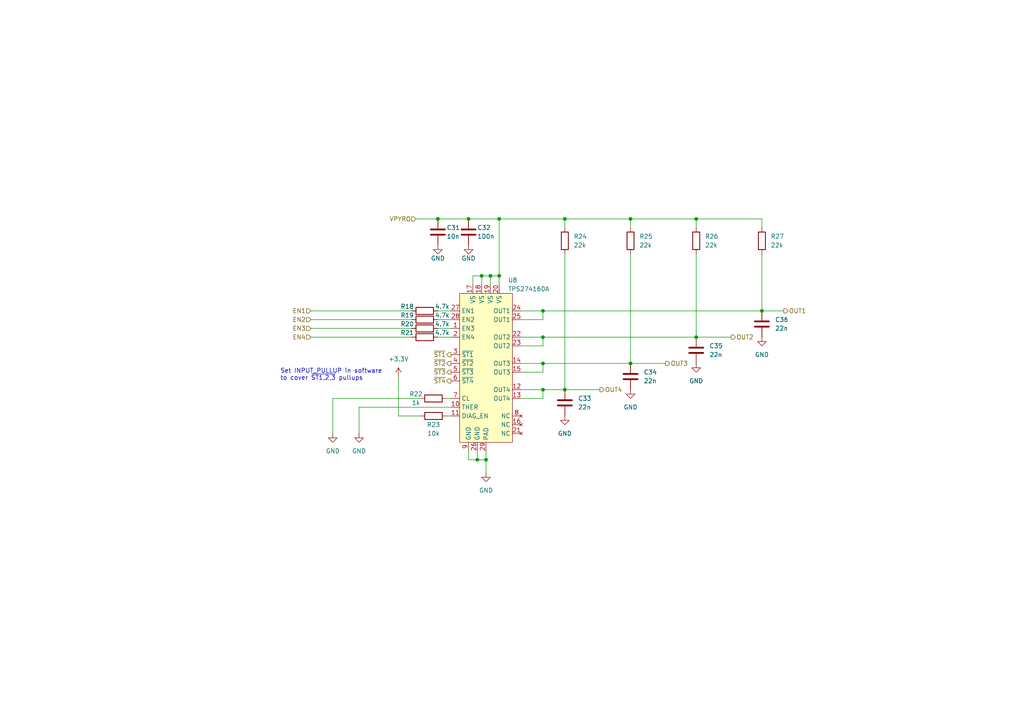
<source format=kicad_sch>
(kicad_sch (version 20230121) (generator eeschema)
  (paper "A4")
  (lib_symbols
    (symbol "Device:C" (pin_numbers hide) (pin_names (offset 0.254))
      (property "Reference" "C" (at 0.635 2.54 0))
      (property "Value" "C" (at 0.635 -2.54 0))
      (symbol "C_0_1"
        (polyline (pts (xy -2.032 -0.762) (xy 2.032 -0.762)) (stroke (width 0.508)))
        (polyline (pts (xy -2.032 0.762) (xy 2.032 0.762)) (stroke (width 0.508)))
      )
      (symbol "C_1_1"
        (pin passive line (at 0 3.81 270) (length 2.794) (name "~") (number "1"))
        (pin passive line (at 0 -3.81 90) (length 2.794) (name "~") (number "2"))
      )
    )
    (symbol "Device:R" (pin_numbers hide) (pin_names (offset 0))
      (property "Reference" "R" (at 2.032 0 90))
      (property "Value" "R" (at 0 0 90))
      (symbol "R_0_1"
        (rectangle (start -1.016 -2.54) (end 1.016 2.54) (stroke (width 0.254)))
      )
      (symbol "R_1_1"
        (pin passive line (at 0 3.81 270) (length 1.27) (name "~") (number "1"))
        (pin passive line (at 0 -3.81 90) (length 1.27) (name "~") (number "2"))
      )
    )
    (symbol "Project:TPS274160A"
      (property "Reference" "U" (at 12.7 20.32 0))
      (property "Value" "TPS274160A" (at 12.7 22.86 0))
      (symbol "TPS274160A_0_1"
        (rectangle (start -7.62 20.32) (end 7.62 -22.86) (fill (type background)))
      )
      (symbol "TPS274160A_1_1"
        (pin input line (at -10.16 10.16 0) (length 2.54) (name "EN3") (number "1"))
        (pin input line (at -10.16 -12.7 0) (length 2.54) (name "THER") (number "10"))
        (pin input line (at -10.16 -15.24 0) (length 2.54) (name "DIAG_EN") (number "11"))
        (pin power_out line (at 10.16 -7.62 180) (length 2.54) (name "OUT4") (number "12"))
        (pin power_out line (at 10.16 -10.16 180) (length 2.54) (name "OUT4") (number "13"))
        (pin power_out line (at 10.16 0 180) (length 2.54) (name "OUT3") (number "14"))
        (pin power_out line (at 10.16 -2.54 180) (length 2.54) (name "OUT3") (number "15"))
        (pin no_connect line (at 10.16 -17.78 180) (length 2.54) (name "NC") (number "16"))
        (pin power_in line (at -3.81 22.86 270) (length 2.54) (name "VS") (number "17"))
        (pin power_in line (at -1.27 22.86 270) (length 2.54) (name "VS") (number "18"))
        (pin power_in line (at 1.27 22.86 270) (length 2.54) (name "VS") (number "19"))
        (pin input line (at -10.16 7.62 0) (length 2.54) (name "EN4") (number "2"))
        (pin power_in line (at 3.81 22.86 270) (length 2.54) (name "VS") (number "20"))
        (pin no_connect line (at 10.16 -20.32 180) (length 2.54) (name "NC") (number "21"))
        (pin power_out line (at 10.16 7.62 180) (length 2.54) (name "OUT2") (number "22"))
        (pin power_out line (at 10.16 5.08 180) (length 2.54) (name "OUT2") (number "23"))
        (pin power_out line (at 10.16 15.24 180) (length 2.54) (name "OUT1") (number "24"))
        (pin power_out line (at 10.16 12.7 180) (length 2.54) (name "OUT1") (number "25"))
        (pin power_in line (at -2.54 -25.4 90) (length 2.54) (name "GND") (number "26"))
        (pin input line (at -10.16 15.24 0) (length 2.54) (name "EN1") (number "27"))
        (pin input line (at -10.16 12.7 0) (length 2.54) (name "EN2") (number "28"))
        (pin power_in line (at 0 -25.4 90) (length 2.54) (name "PAD") (number "29"))
        (pin output line (at -10.16 2.54 0) (length 2.54) (name "~{ST1}") (number "3"))
        (pin output line (at -10.16 0 0) (length 2.54) (name "~{ST2}") (number "4"))
        (pin output line (at -10.16 -2.54 0) (length 2.54) (name "~{ST3}") (number "5"))
        (pin output line (at -10.16 -5.08 0) (length 2.54) (name "~{ST4}") (number "6"))
        (pin output line (at -10.16 -10.16 0) (length 2.54) (name "CL") (number "7"))
        (pin no_connect line (at 10.16 -15.24 180) (length 2.54) (name "NC") (number "8"))
        (pin power_in line (at -5.08 -25.4 90) (length 2.54) (name "GND") (number "9"))
      )
    )
    (symbol "power:+3.3V" (power) (pin_names (offset 0))
      (property "Value" "+3.3V" (at 0 3.556 0))
      (symbol "+3.3V_0_1"
        (polyline (pts (xy -0.762 1.27) (xy 0 2.54)))
        (polyline (pts (xy 0 0) (xy 0 2.54)))
        (polyline (pts (xy 0 2.54) (xy 0.762 1.27)))
      )
      (symbol "+3.3V_1_1"
        (pin power_in line (at 0 0 90) (length 0) hide (name "+3.3V") (number "1"))
      )
    )
    (symbol "power:GND" (power) (pin_names (offset 0))
      (property "Value" "GND" (at 0 -3.81 0))
      (symbol "GND_0_1"
        (polyline (pts (xy 0 0) (xy 0 -1.27) (xy 1.27 -1.27) (xy 0 -2.54) (xy -1.27 -1.27) (xy 0 -1.27)))
      )
      (symbol "GND_1_1"
        (pin power_in line (at 0 0 270) (length 0) hide (name "GND") (number "1"))
      )
    )
  )
  (junction (at 220.98 90.17))
  (junction (at 135.89 63.5))
  (junction (at 139.7 80.01))
  (junction (at 201.93 63.5))
  (junction (at 163.83 63.5))
  (junction (at 182.88 63.5))
  (junction (at 127 63.5))
  (junction (at 157.48 105.41))
  (junction (at 157.48 90.17))
  (junction (at 142.24 80.01))
  (junction (at 157.48 113.03))
  (junction (at 182.88 105.41))
  (junction (at 157.48 97.79))
  (junction (at 144.78 63.5))
  (junction (at 163.83 113.03))
  (junction (at 144.78 80.01))
  (junction (at 140.97 133.35))
  (junction (at 138.43 133.35))
  (junction (at 201.93 97.79))
  (wire (pts (xy 121.92 120.65) (xy 115.57 120.65)))
  (wire (pts (xy 120.65 63.5) (xy 127 63.5)))
  (wire (pts (xy 163.83 63.5) (xy 163.83 66.04)))
  (wire (pts (xy 127 95.25) (xy 130.81 95.25)))
  (wire (pts (xy 157.48 97.79) (xy 201.93 97.79)))
  (wire (pts (xy 157.48 115.57) (xy 151.13 115.57)))
  (wire (pts (xy 135.89 130.81) (xy 135.89 133.35)))
  (wire (pts (xy 151.13 105.41) (xy 157.48 105.41)))
  (wire (pts (xy 201.93 63.5) (xy 201.93 66.04)))
  (wire (pts (xy 127 92.71) (xy 130.81 92.71)))
  (wire (pts (xy 163.83 73.66) (xy 163.83 113.03)))
  (wire (pts (xy 157.48 113.03) (xy 163.83 113.03)))
  (wire (pts (xy 129.54 115.57) (xy 130.81 115.57)))
  (wire (pts (xy 104.14 118.11) (xy 104.14 125.73)))
  (wire (pts (xy 90.17 90.17) (xy 119.38 90.17)))
  (wire (pts (xy 151.13 90.17) (xy 157.48 90.17)))
  (wire (pts (xy 130.81 118.11) (xy 104.14 118.11)))
  (wire (pts (xy 144.78 80.01) (xy 144.78 82.55)))
  (wire (pts (xy 201.93 73.66) (xy 201.93 97.79)))
  (wire (pts (xy 151.13 113.03) (xy 157.48 113.03)))
  (wire (pts (xy 139.7 80.01) (xy 139.7 82.55)))
  (wire (pts (xy 140.97 133.35) (xy 140.97 130.81)))
  (wire (pts (xy 182.88 63.5) (xy 182.88 66.04)))
  (wire (pts (xy 129.54 120.65) (xy 130.81 120.65)))
  (wire (pts (xy 157.48 100.33) (xy 151.13 100.33)))
  (wire (pts (xy 182.88 63.5) (xy 201.93 63.5)))
  (wire (pts (xy 182.88 73.66) (xy 182.88 105.41)))
  (wire (pts (xy 127 90.17) (xy 130.81 90.17)))
  (wire (pts (xy 139.7 80.01) (xy 142.24 80.01)))
  (wire (pts (xy 96.52 115.57) (xy 96.52 125.73)))
  (wire (pts (xy 127 63.5) (xy 135.89 63.5)))
  (wire (pts (xy 144.78 63.5) (xy 144.78 80.01)))
  (wire (pts (xy 135.89 133.35) (xy 138.43 133.35)))
  (wire (pts (xy 157.48 92.71) (xy 151.13 92.71)))
  (wire (pts (xy 182.88 105.41) (xy 193.04 105.41)))
  (wire (pts (xy 157.48 97.79) (xy 157.48 100.33)))
  (wire (pts (xy 140.97 133.35) (xy 140.97 137.16)))
  (wire (pts (xy 138.43 130.81) (xy 138.43 133.35)))
  (wire (pts (xy 90.17 92.71) (xy 119.38 92.71)))
  (wire (pts (xy 201.93 63.5) (xy 220.98 63.5)))
  (wire (pts (xy 220.98 73.66) (xy 220.98 90.17)))
  (wire (pts (xy 151.13 97.79) (xy 157.48 97.79)))
  (wire (pts (xy 157.48 90.17) (xy 157.48 92.71)))
  (wire (pts (xy 157.48 107.95) (xy 151.13 107.95)))
  (wire (pts (xy 138.43 133.35) (xy 140.97 133.35)))
  (wire (pts (xy 127 97.79) (xy 130.81 97.79)))
  (wire (pts (xy 163.83 113.03) (xy 173.99 113.03)))
  (wire (pts (xy 157.48 105.41) (xy 157.48 107.95)))
  (wire (pts (xy 90.17 97.79) (xy 119.38 97.79)))
  (wire (pts (xy 157.48 113.03) (xy 157.48 115.57)))
  (wire (pts (xy 220.98 63.5) (xy 220.98 66.04)))
  (wire (pts (xy 135.89 63.5) (xy 144.78 63.5)))
  (wire (pts (xy 163.83 63.5) (xy 182.88 63.5)))
  (wire (pts (xy 121.92 115.57) (xy 96.52 115.57)))
  (wire (pts (xy 144.78 63.5) (xy 163.83 63.5)))
  (wire (pts (xy 115.57 109.22) (xy 115.57 120.65)))
  (wire (pts (xy 142.24 80.01) (xy 142.24 82.55)))
  (wire (pts (xy 137.16 80.01) (xy 139.7 80.01)))
  (wire (pts (xy 142.24 80.01) (xy 144.78 80.01)))
  (wire (pts (xy 137.16 80.01) (xy 137.16 82.55)))
  (wire (pts (xy 201.93 97.79) (xy 212.09 97.79)))
  (wire (pts (xy 157.48 105.41) (xy 182.88 105.41)))
  (wire (pts (xy 220.98 90.17) (xy 227.33 90.17)))
  (wire (pts (xy 157.48 90.17) (xy 220.98 90.17)))
  (wire (pts (xy 90.17 95.25) (xy 119.38 95.25)))
  (text "Set INPUT_PULLUP in software\nto cover ~{ST1,2,3} pullups\n" (at 81.28 110.49 0) (effects (font (size 1.27 1.27)) (justify left bottom)))
  (hierarchical_label "EN2" (shape input) (at 90.17 92.71 180))
  (hierarchical_label "OUT1" (shape output) (at 227.33 90.17 0))
  (hierarchical_label "EN4" (shape input) (at 90.17 97.79 180))
  (hierarchical_label "~{ST1}" (shape output) (at 130.81 102.87 180))
  (hierarchical_label "OUT4" (shape output) (at 173.99 113.03 0))
  (hierarchical_label "EN1" (shape input) (at 90.17 90.17 180))
  (hierarchical_label "~{ST2}" (shape output) (at 130.81 105.41 180))
  (hierarchical_label "OUT3" (shape output) (at 193.04 105.41 0))
  (hierarchical_label "OUT2" (shape output) (at 212.09 97.79 0))
  (hierarchical_label "~{ST3}" (shape output) (at 130.81 107.95 180))
  (hierarchical_label "~{ST4}" (shape output) (at 130.81 110.49 180))
  (hierarchical_label "EN3" (shape input) (at 90.17 95.25 180))
  (hierarchical_label "VPYRO" (shape input) (at 120.65 63.5 180))
  (symbol (lib_id "Device:C") (at 163.83 116.84 0) (unit 1)
    (property "Reference" "C33" (at 167.64 115.57 0) (effects (justify left)))
    (property "Value" "22n" (at 167.64 118.11 0) (effects (justify left)))
    (property "Footprint" "Capacitor_SMD:C_0603_1608Metric_Pad1.08x0.95mm_HandSolder" (effects hide))
  )
  (symbol (lib_id "power:GND") (at 220.98 97.79 0) (unit 1)
    (property "Reference" "#PWR064" (effects hide))
    (property "Value" "GND" (at 220.98 102.87 0))
  )
  (symbol (lib_id "Device:R") (at 201.93 69.85 0) (unit 1)
    (property "Reference" "R26" (at 204.47 68.58 0) (effects (justify left)))
    (property "Value" "22k" (at 204.47 71.12 0) (effects (justify left)))
    (property "Footprint" "Resistor_SMD:R_0603_1608Metric_Pad0.98x0.95mm_HandSolder" (effects hide))
  )
  (symbol (lib_id "Device:R") (at 163.83 69.85 0) (unit 1)
    (property "Reference" "R24" (at 166.37 68.58 0) (effects (justify left)))
    (property "Value" "22k" (at 166.37 71.12 0) (effects (justify left)))
    (property "Footprint" "Resistor_SMD:R_0603_1608Metric_Pad0.98x0.95mm_HandSolder" (effects hide))
  )
  (symbol (lib_id "power:GND") (at 182.88 113.03 0) (unit 1)
    (property "Reference" "#PWR062" (effects hide))
    (property "Value" "GND" (at 182.88 118.11 0))
  )
  (symbol (lib_id "power:GND") (at 163.83 120.65 0) (unit 1)
    (property "Reference" "#PWR061" (effects hide))
    (property "Value" "GND" (at 163.83 125.73 0))
  )
  (symbol (lib_id "Device:R") (at 182.88 69.85 0) (unit 1)
    (property "Reference" "R25" (at 185.42 68.58 0) (effects (justify left)))
    (property "Value" "22k" (at 185.42 71.12 0) (effects (justify left)))
    (property "Footprint" "Resistor_SMD:R_0603_1608Metric_Pad0.98x0.95mm_HandSolder" (effects hide))
  )
  (symbol (lib_id "Device:C") (at 201.93 101.6 0) (unit 1)
    (property "Reference" "C35" (at 205.74 100.33 0) (effects (justify left)))
    (property "Value" "22n" (at 205.74 102.87 0) (effects (justify left)))
    (property "Footprint" "Capacitor_SMD:C_0603_1608Metric_Pad1.08x0.95mm_HandSolder" (effects hide))
  )
  (symbol (lib_id "power:GND") (at 140.97 137.16 0) (unit 1)
    (property "Reference" "#PWR060" (effects hide))
    (property "Value" "GND" (at 140.97 142.24 0))
  )
  (symbol (lib_id "Device:C") (at 135.89 67.31 0) (unit 1)
    (property "Reference" "C32" (at 138.43 66.04 0) (effects (justify left)))
    (property "Value" "100n" (at 138.43 68.58 0) (effects (justify left)))
    (property "Footprint" "Capacitor_SMD:C_0603_1608Metric_Pad1.08x0.95mm_HandSolder" (effects hide))
  )
  (symbol (lib_id "Project:TPS274160A") (at 140.97 105.41 0) (unit 1)
    (property "Reference" "U8" (at 147.32 81.28 0) (effects (justify left)))
    (property "Value" "TPS274160A" (at 147.32 83.82 0) (effects (justify left)))
    (property "Footprint" "Project:TPS274160A" (effects hide))
  )
  (symbol (lib_id "power:GND") (at 127 71.12 0) (unit 1)
    (property "Reference" "#PWR058" (effects hide))
    (property "Value" "GND" (at 127 74.93 0))
  )
  (symbol (lib_id "Device:C") (at 220.98 93.98 0) (unit 1)
    (property "Reference" "C36" (at 224.79 92.71 0) (effects (justify left)))
    (property "Value" "22n" (at 224.79 95.25 0) (effects (justify left)))
    (property "Footprint" "Capacitor_SMD:C_0603_1608Metric_Pad1.08x0.95mm_HandSolder" (effects hide))
  )
  (symbol (lib_id "power:GND") (at 201.93 105.41 0) (unit 1)
    (property "Reference" "#PWR063" (effects hide))
    (property "Value" "GND" (at 201.93 110.49 0))
  )
  (symbol (lib_id "Device:R") (at 125.73 120.65 90) (unit 1)
    (property "Reference" "R23" (at 125.73 123.19 90))
    (property "Value" "10k" (at 125.73 125.73 90))
    (property "Footprint" "Resistor_SMD:R_0603_1608Metric_Pad0.98x0.95mm_HandSolder" (effects hide))
  )
  (symbol (lib_id "Device:C") (at 127 67.31 0) (unit 1)
    (property "Reference" "C31" (at 129.54 66.04 0) (effects (justify left)))
    (property "Value" "10n" (at 129.54 68.58 0) (effects (justify left)))
    (property "Footprint" "Capacitor_SMD:C_0603_1608Metric_Pad1.08x0.95mm_HandSolder" (effects hide))
  )
  (symbol (lib_id "power:GND") (at 104.14 125.73 0) (unit 1)
    (property "Reference" "#PWR056" (effects hide))
    (property "Value" "GND" (at 104.14 130.81 0))
  )
  (symbol (lib_id "Device:R") (at 123.19 97.79 90) (unit 1)
    (property "Reference" "R21" (at 118.11 96.52 90))
    (property "Value" "4.7k" (at 128.27 96.52 90))
    (property "Footprint" "Resistor_SMD:R_0603_1608Metric_Pad0.98x0.95mm_HandSolder" (effects hide))
  )
  (symbol (lib_id "Device:R") (at 123.19 92.71 90) (unit 1)
    (property "Reference" "R19" (at 118.11 91.44 90))
    (property "Value" "4.7k" (at 128.27 91.44 90))
    (property "Footprint" "Resistor_SMD:R_0603_1608Metric_Pad0.98x0.95mm_HandSolder" (effects hide))
  )
  (symbol (lib_id "Device:R") (at 125.73 115.57 90) (unit 1)
    (property "Reference" "R22" (at 120.65 114.3 90))
    (property "Value" "1k" (at 120.65 116.84 90))
    (property "Footprint" "Resistor_SMD:R_0603_1608Metric_Pad0.98x0.95mm_HandSolder" (effects hide))
  )
  (symbol (lib_id "Device:R") (at 220.98 69.85 0) (unit 1)
    (property "Reference" "R27" (at 223.52 68.58 0) (effects (justify left)))
    (property "Value" "22k" (at 223.52 71.12 0) (effects (justify left)))
    (property "Footprint" "Resistor_SMD:R_0603_1608Metric_Pad0.98x0.95mm_HandSolder" (effects hide))
  )
  (symbol (lib_id "Device:C") (at 182.88 109.22 0) (unit 1)
    (property "Reference" "C34" (at 186.69 107.95 0) (effects (justify left)))
    (property "Value" "22n" (at 186.69 110.49 0) (effects (justify left)))
    (property "Footprint" "Capacitor_SMD:C_0603_1608Metric_Pad1.08x0.95mm_HandSolder" (effects hide))
  )
  (symbol (lib_id "Device:R") (at 123.19 90.17 90) (unit 1)
    (property "Reference" "R18" (at 118.11 88.9 90))
    (property "Value" "4.7k" (at 128.27 88.9 90))
    (property "Footprint" "Resistor_SMD:R_0603_1608Metric_Pad0.98x0.95mm_HandSolder" (effects hide))
  )
  (symbol (lib_id "power:+3.3V") (at 115.57 109.22 0) (unit 1)
    (property "Reference" "#PWR057" (effects hide))
    (property "Value" "+3.3V" (at 115.57 104.14 0))
  )
  (symbol (lib_id "power:GND") (at 96.52 125.73 0) (unit 1)
    (property "Reference" "#PWR055" (effects hide))
    (property "Value" "GND" (at 96.52 130.81 0))
  )
  (symbol (lib_id "Device:R") (at 123.19 95.25 90) (unit 1)
    (property "Reference" "R20" (at 118.11 93.98 90))
    (property "Value" "4.7k" (at 128.27 93.98 90))
    (property "Footprint" "Resistor_SMD:R_0603_1608Metric_Pad0.98x0.95mm_HandSolder" (effects hide))
  )
  (symbol (lib_id "power:GND") (at 135.89 71.12 0) (unit 1)
    (property "Reference" "#PWR059" (effects hide))
    (property "Value" "GND" (at 135.89 74.93 0))
  )
)
</source>
